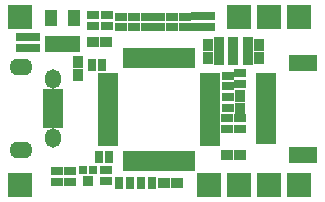
<source format=gts>
G04 #@! TF.FileFunction,Soldermask,Top*
%FSLAX46Y46*%
G04 Gerber Fmt 4.6, Leading zero omitted, Abs format (unit mm)*
G04 Created by KiCad (PCBNEW 4.0.5) date 04/21/17 20:31:44*
%MOMM*%
%LPD*%
G01*
G04 APERTURE LIST*
%ADD10C,0.100000*%
%ADD11R,0.900000X1.000000*%
%ADD12R,1.000000X0.900000*%
%ADD13R,1.000000X0.800000*%
%ADD14R,1.750000X0.800000*%
%ADD15O,1.350000X1.650000*%
%ADD16O,1.950000X1.400000*%
%ADD17R,2.100000X2.100000*%
%ADD18R,0.720000X0.800000*%
%ADD19R,0.820000X0.900000*%
%ADD20R,0.800000X1.000000*%
%ADD21R,1.050000X1.460000*%
%ADD22R,1.700000X0.650000*%
%ADD23R,0.650000X1.700000*%
%ADD24R,0.900000X2.400000*%
%ADD25R,1.800000X1.000000*%
%ADD26R,2.400000X1.400000*%
G04 APERTURE END LIST*
D10*
D11*
X141782800Y-79879100D03*
X141782800Y-80979100D03*
D12*
X143087000Y-78168500D03*
X144187000Y-78168500D03*
X154424200Y-87744300D03*
X155524200Y-87744300D03*
X150156000Y-90098880D03*
X149056000Y-90098880D03*
D11*
X155473400Y-83874700D03*
X155473400Y-82774700D03*
X152796240Y-78418600D03*
X152796240Y-79518600D03*
X157068520Y-78421140D03*
X157068520Y-79521140D03*
D13*
X149733000Y-76052260D03*
X149733000Y-76952260D03*
X151858980Y-76037020D03*
X151858980Y-76937020D03*
X138074400Y-78696820D03*
X138074400Y-77796820D03*
X147584160Y-76954800D03*
X147584160Y-76054800D03*
X145448020Y-76052260D03*
X145448020Y-76952260D03*
D14*
X139664880Y-82524180D03*
X139664880Y-83174180D03*
X139664880Y-83824180D03*
X139664880Y-84474180D03*
X139664880Y-85124180D03*
D15*
X139664880Y-81324180D03*
X139664880Y-86324180D03*
D16*
X136964880Y-80324180D03*
X136964880Y-87324180D03*
D17*
X136880600Y-76060300D03*
X136880600Y-90284300D03*
D18*
X143021000Y-89004900D03*
X142221000Y-89004900D03*
D19*
X142621000Y-90004900D03*
D13*
X150804880Y-76042100D03*
X150804880Y-76942100D03*
X152908000Y-76024320D03*
X152908000Y-76924320D03*
X137007600Y-77769300D03*
X137007600Y-78669300D03*
X154470100Y-82856920D03*
X154470100Y-83756920D03*
X154452320Y-81945900D03*
X154452320Y-81045900D03*
X155491180Y-80842700D03*
X155491180Y-81742700D03*
X148645880Y-76954800D03*
X148645880Y-76054800D03*
X155506420Y-85545080D03*
X155506420Y-84645080D03*
X154434540Y-85537460D03*
X154434540Y-84637460D03*
X146502120Y-76952260D03*
X146502120Y-76052260D03*
D20*
X147146860Y-90114120D03*
X148046860Y-90114120D03*
X143524400Y-87896700D03*
X144424400Y-87896700D03*
X143840620Y-80154780D03*
X142940620Y-80154780D03*
D13*
X141097000Y-89123100D03*
X141097000Y-90023100D03*
D20*
X146154560Y-90109040D03*
X145254560Y-90109040D03*
D13*
X140004800Y-89123100D03*
X140004800Y-90023100D03*
X144170400Y-89972300D03*
X144170400Y-89072300D03*
X144221200Y-76815100D03*
X144221200Y-75915100D03*
X143027400Y-76815100D03*
X143027400Y-75915100D03*
D21*
X139527240Y-78389660D03*
X140477240Y-78389660D03*
X141427240Y-78389660D03*
X141427240Y-76189660D03*
X139527240Y-76189660D03*
D22*
X152986740Y-86635980D03*
X152986740Y-86135980D03*
X152986740Y-85635980D03*
X152986740Y-85135980D03*
X152986740Y-84635980D03*
X152986740Y-84135980D03*
X152986740Y-83635980D03*
X152986740Y-83135980D03*
X152986740Y-82635980D03*
X152986740Y-82135980D03*
X152986740Y-81635980D03*
X152986740Y-81135980D03*
D23*
X151386740Y-79535980D03*
X150886740Y-79535980D03*
X150386740Y-79535980D03*
X149886740Y-79535980D03*
X149386740Y-79535980D03*
X148886740Y-79535980D03*
X148386740Y-79535980D03*
X147886740Y-79535980D03*
X147386740Y-79535980D03*
X146886740Y-79535980D03*
X146386740Y-79535980D03*
X145886740Y-79535980D03*
D22*
X144286740Y-81135980D03*
X144286740Y-81635980D03*
X144286740Y-82135980D03*
X144286740Y-82635980D03*
X144286740Y-83135980D03*
X144286740Y-83635980D03*
X144286740Y-84135980D03*
X144286740Y-84635980D03*
X144286740Y-85135980D03*
X144286740Y-85635980D03*
X144286740Y-86135980D03*
X144286740Y-86635980D03*
D23*
X145886740Y-88235980D03*
X146386740Y-88235980D03*
X146886740Y-88235980D03*
X147386740Y-88235980D03*
X147886740Y-88235980D03*
X148386740Y-88235980D03*
X148886740Y-88235980D03*
X149386740Y-88235980D03*
X149886740Y-88235980D03*
X150386740Y-88235980D03*
X150886740Y-88235980D03*
X151386740Y-88235980D03*
D24*
X153740000Y-78999080D03*
X154940000Y-78999080D03*
X156140000Y-78999080D03*
D25*
X157715820Y-86335240D03*
X157715820Y-85335240D03*
X157715820Y-84335240D03*
X157715820Y-83335240D03*
X157715820Y-82335240D03*
X157715820Y-81335240D03*
D26*
X160840820Y-79935240D03*
X160840820Y-87735240D03*
D17*
X160502600Y-90284300D03*
X160502600Y-76060300D03*
X157962600Y-76060300D03*
X157962600Y-90284300D03*
X152882600Y-90284300D03*
X155422600Y-90284300D03*
X155422600Y-76060300D03*
M02*

</source>
